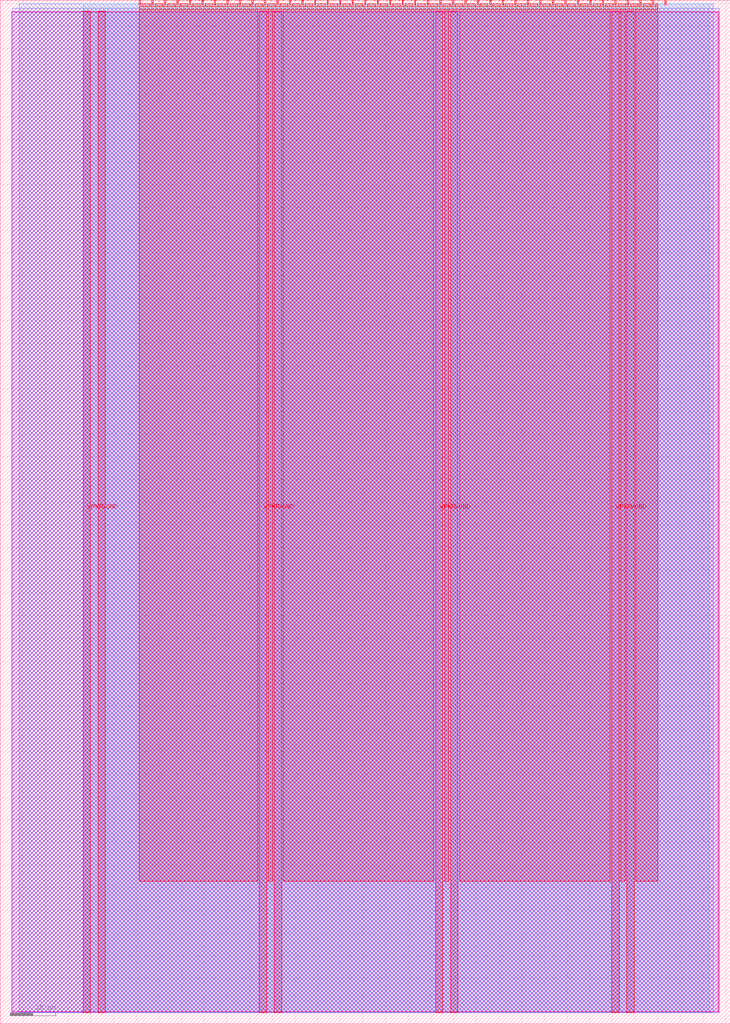
<source format=lef>
VERSION 5.7 ;
  NOWIREEXTENSIONATPIN ON ;
  DIVIDERCHAR "/" ;
  BUSBITCHARS "[]" ;
MACRO tt_um_swangust3
  CLASS BLOCK ;
  FOREIGN tt_um_swangust3 ;
  ORIGIN 0.000 0.000 ;
  SIZE 161.000 BY 225.760 ;
  PIN VGND
    DIRECTION INOUT ;
    USE GROUND ;
    PORT
      LAYER met4 ;
        RECT 21.580 2.480 23.180 223.280 ;
    END
    PORT
      LAYER met4 ;
        RECT 60.450 2.480 62.050 223.280 ;
    END
    PORT
      LAYER met4 ;
        RECT 99.320 2.480 100.920 223.280 ;
    END
    PORT
      LAYER met4 ;
        RECT 138.190 2.480 139.790 223.280 ;
    END
  END VGND
  PIN VPWR
    DIRECTION INOUT ;
    USE POWER ;
    PORT
      LAYER met4 ;
        RECT 18.280 2.480 19.880 223.280 ;
    END
    PORT
      LAYER met4 ;
        RECT 57.150 2.480 58.750 223.280 ;
    END
    PORT
      LAYER met4 ;
        RECT 96.020 2.480 97.620 223.280 ;
    END
    PORT
      LAYER met4 ;
        RECT 134.890 2.480 136.490 223.280 ;
    END
  END VPWR
  PIN clk
    DIRECTION INPUT ;
    USE SIGNAL ;
    ANTENNAGATEAREA 0.852000 ;
    PORT
      LAYER met4 ;
        RECT 143.830 224.760 144.130 225.760 ;
    END
  END clk
  PIN ena
    DIRECTION INPUT ;
    USE SIGNAL ;
    PORT
      LAYER met4 ;
        RECT 146.590 224.760 146.890 225.760 ;
    END
  END ena
  PIN rst_n
    DIRECTION INPUT ;
    USE SIGNAL ;
    ANTENNAGATEAREA 0.126000 ;
    PORT
      LAYER met4 ;
        RECT 141.070 224.760 141.370 225.760 ;
    END
  END rst_n
  PIN ui_in[0]
    DIRECTION INPUT ;
    USE SIGNAL ;
    ANTENNAGATEAREA 0.213000 ;
    PORT
      LAYER met4 ;
        RECT 138.310 224.760 138.610 225.760 ;
    END
  END ui_in[0]
  PIN ui_in[1]
    DIRECTION INPUT ;
    USE SIGNAL ;
    ANTENNAGATEAREA 0.126000 ;
    PORT
      LAYER met4 ;
        RECT 135.550 224.760 135.850 225.760 ;
    END
  END ui_in[1]
  PIN ui_in[2]
    DIRECTION INPUT ;
    USE SIGNAL ;
    ANTENNAGATEAREA 0.159000 ;
    PORT
      LAYER met4 ;
        RECT 132.790 224.760 133.090 225.760 ;
    END
  END ui_in[2]
  PIN ui_in[3]
    DIRECTION INPUT ;
    USE SIGNAL ;
    ANTENNAGATEAREA 0.196500 ;
    PORT
      LAYER met4 ;
        RECT 130.030 224.760 130.330 225.760 ;
    END
  END ui_in[3]
  PIN ui_in[4]
    DIRECTION INPUT ;
    USE SIGNAL ;
    ANTENNAGATEAREA 0.159000 ;
    PORT
      LAYER met4 ;
        RECT 127.270 224.760 127.570 225.760 ;
    END
  END ui_in[4]
  PIN ui_in[5]
    DIRECTION INPUT ;
    USE SIGNAL ;
    ANTENNAGATEAREA 0.159000 ;
    PORT
      LAYER met4 ;
        RECT 124.510 224.760 124.810 225.760 ;
    END
  END ui_in[5]
  PIN ui_in[6]
    DIRECTION INPUT ;
    USE SIGNAL ;
    ANTENNAGATEAREA 0.159000 ;
    PORT
      LAYER met4 ;
        RECT 121.750 224.760 122.050 225.760 ;
    END
  END ui_in[6]
  PIN ui_in[7]
    DIRECTION INPUT ;
    USE SIGNAL ;
    ANTENNAGATEAREA 0.196500 ;
    PORT
      LAYER met4 ;
        RECT 118.990 224.760 119.290 225.760 ;
    END
  END ui_in[7]
  PIN uio_in[0]
    DIRECTION INPUT ;
    USE SIGNAL ;
    ANTENNAGATEAREA 0.213000 ;
    PORT
      LAYER met4 ;
        RECT 116.230 224.760 116.530 225.760 ;
    END
  END uio_in[0]
  PIN uio_in[1]
    DIRECTION INPUT ;
    USE SIGNAL ;
    ANTENNAGATEAREA 0.126000 ;
    PORT
      LAYER met4 ;
        RECT 113.470 224.760 113.770 225.760 ;
    END
  END uio_in[1]
  PIN uio_in[2]
    DIRECTION INPUT ;
    USE SIGNAL ;
    ANTENNAGATEAREA 0.126000 ;
    PORT
      LAYER met4 ;
        RECT 110.710 224.760 111.010 225.760 ;
    END
  END uio_in[2]
  PIN uio_in[3]
    DIRECTION INPUT ;
    USE SIGNAL ;
    ANTENNAGATEAREA 0.126000 ;
    PORT
      LAYER met4 ;
        RECT 107.950 224.760 108.250 225.760 ;
    END
  END uio_in[3]
  PIN uio_in[4]
    DIRECTION INPUT ;
    USE SIGNAL ;
    ANTENNAGATEAREA 0.159000 ;
    PORT
      LAYER met4 ;
        RECT 105.190 224.760 105.490 225.760 ;
    END
  END uio_in[4]
  PIN uio_in[5]
    DIRECTION INPUT ;
    USE SIGNAL ;
    ANTENNAGATEAREA 0.159000 ;
    PORT
      LAYER met4 ;
        RECT 102.430 224.760 102.730 225.760 ;
    END
  END uio_in[5]
  PIN uio_in[6]
    DIRECTION INPUT ;
    USE SIGNAL ;
    ANTENNAGATEAREA 0.159000 ;
    PORT
      LAYER met4 ;
        RECT 99.670 224.760 99.970 225.760 ;
    END
  END uio_in[6]
  PIN uio_in[7]
    DIRECTION INPUT ;
    USE SIGNAL ;
    ANTENNAGATEAREA 0.213000 ;
    PORT
      LAYER met4 ;
        RECT 96.910 224.760 97.210 225.760 ;
    END
  END uio_in[7]
  PIN uio_oe[0]
    DIRECTION OUTPUT ;
    USE SIGNAL ;
    PORT
      LAYER met4 ;
        RECT 49.990 224.760 50.290 225.760 ;
    END
  END uio_oe[0]
  PIN uio_oe[1]
    DIRECTION OUTPUT ;
    USE SIGNAL ;
    PORT
      LAYER met4 ;
        RECT 47.230 224.760 47.530 225.760 ;
    END
  END uio_oe[1]
  PIN uio_oe[2]
    DIRECTION OUTPUT ;
    USE SIGNAL ;
    PORT
      LAYER met4 ;
        RECT 44.470 224.760 44.770 225.760 ;
    END
  END uio_oe[2]
  PIN uio_oe[3]
    DIRECTION OUTPUT ;
    USE SIGNAL ;
    PORT
      LAYER met4 ;
        RECT 41.710 224.760 42.010 225.760 ;
    END
  END uio_oe[3]
  PIN uio_oe[4]
    DIRECTION OUTPUT ;
    USE SIGNAL ;
    PORT
      LAYER met4 ;
        RECT 38.950 224.760 39.250 225.760 ;
    END
  END uio_oe[4]
  PIN uio_oe[5]
    DIRECTION OUTPUT ;
    USE SIGNAL ;
    PORT
      LAYER met4 ;
        RECT 36.190 224.760 36.490 225.760 ;
    END
  END uio_oe[5]
  PIN uio_oe[6]
    DIRECTION OUTPUT ;
    USE SIGNAL ;
    PORT
      LAYER met4 ;
        RECT 33.430 224.760 33.730 225.760 ;
    END
  END uio_oe[6]
  PIN uio_oe[7]
    DIRECTION OUTPUT ;
    USE SIGNAL ;
    PORT
      LAYER met4 ;
        RECT 30.670 224.760 30.970 225.760 ;
    END
  END uio_oe[7]
  PIN uio_out[0]
    DIRECTION OUTPUT ;
    USE SIGNAL ;
    PORT
      LAYER met4 ;
        RECT 72.070 224.760 72.370 225.760 ;
    END
  END uio_out[0]
  PIN uio_out[1]
    DIRECTION OUTPUT ;
    USE SIGNAL ;
    PORT
      LAYER met4 ;
        RECT 69.310 224.760 69.610 225.760 ;
    END
  END uio_out[1]
  PIN uio_out[2]
    DIRECTION OUTPUT ;
    USE SIGNAL ;
    PORT
      LAYER met4 ;
        RECT 66.550 224.760 66.850 225.760 ;
    END
  END uio_out[2]
  PIN uio_out[3]
    DIRECTION OUTPUT ;
    USE SIGNAL ;
    PORT
      LAYER met4 ;
        RECT 63.790 224.760 64.090 225.760 ;
    END
  END uio_out[3]
  PIN uio_out[4]
    DIRECTION OUTPUT ;
    USE SIGNAL ;
    PORT
      LAYER met4 ;
        RECT 61.030 224.760 61.330 225.760 ;
    END
  END uio_out[4]
  PIN uio_out[5]
    DIRECTION OUTPUT ;
    USE SIGNAL ;
    PORT
      LAYER met4 ;
        RECT 58.270 224.760 58.570 225.760 ;
    END
  END uio_out[5]
  PIN uio_out[6]
    DIRECTION OUTPUT ;
    USE SIGNAL ;
    PORT
      LAYER met4 ;
        RECT 55.510 224.760 55.810 225.760 ;
    END
  END uio_out[6]
  PIN uio_out[7]
    DIRECTION OUTPUT ;
    USE SIGNAL ;
    PORT
      LAYER met4 ;
        RECT 52.750 224.760 53.050 225.760 ;
    END
  END uio_out[7]
  PIN uo_out[0]
    DIRECTION OUTPUT ;
    USE SIGNAL ;
    ANTENNADIFFAREA 0.445500 ;
    PORT
      LAYER met4 ;
        RECT 94.150 224.760 94.450 225.760 ;
    END
  END uo_out[0]
  PIN uo_out[1]
    DIRECTION OUTPUT ;
    USE SIGNAL ;
    ANTENNADIFFAREA 1.242000 ;
    PORT
      LAYER met4 ;
        RECT 91.390 224.760 91.690 225.760 ;
    END
  END uo_out[1]
  PIN uo_out[2]
    DIRECTION OUTPUT ;
    USE SIGNAL ;
    ANTENNADIFFAREA 1.242000 ;
    PORT
      LAYER met4 ;
        RECT 88.630 224.760 88.930 225.760 ;
    END
  END uo_out[2]
  PIN uo_out[3]
    DIRECTION OUTPUT ;
    USE SIGNAL ;
    ANTENNADIFFAREA 1.288000 ;
    PORT
      LAYER met4 ;
        RECT 85.870 224.760 86.170 225.760 ;
    END
  END uo_out[3]
  PIN uo_out[4]
    DIRECTION OUTPUT ;
    USE SIGNAL ;
    ANTENNADIFFAREA 1.288000 ;
    PORT
      LAYER met4 ;
        RECT 83.110 224.760 83.410 225.760 ;
    END
  END uo_out[4]
  PIN uo_out[5]
    DIRECTION OUTPUT ;
    USE SIGNAL ;
    ANTENNADIFFAREA 0.453750 ;
    PORT
      LAYER met4 ;
        RECT 80.350 224.760 80.650 225.760 ;
    END
  END uo_out[5]
  PIN uo_out[6]
    DIRECTION OUTPUT ;
    USE SIGNAL ;
    ANTENNADIFFAREA 1.242000 ;
    PORT
      LAYER met4 ;
        RECT 77.590 224.760 77.890 225.760 ;
    END
  END uo_out[6]
  PIN uo_out[7]
    DIRECTION OUTPUT ;
    USE SIGNAL ;
    ANTENNADIFFAREA 0.891000 ;
    PORT
      LAYER met4 ;
        RECT 74.830 224.760 75.130 225.760 ;
    END
  END uo_out[7]
  OBS
      LAYER nwell ;
        RECT 2.570 2.635 158.430 223.230 ;
      LAYER li1 ;
        RECT 2.760 2.635 158.240 223.125 ;
      LAYER met1 ;
        RECT 2.760 2.480 158.540 224.020 ;
      LAYER met2 ;
        RECT 4.240 2.535 157.220 224.925 ;
      LAYER met3 ;
        RECT 18.290 2.555 156.335 224.905 ;
      LAYER met4 ;
        RECT 31.370 224.360 33.030 224.905 ;
        RECT 34.130 224.360 35.790 224.905 ;
        RECT 36.890 224.360 38.550 224.905 ;
        RECT 39.650 224.360 41.310 224.905 ;
        RECT 42.410 224.360 44.070 224.905 ;
        RECT 45.170 224.360 46.830 224.905 ;
        RECT 47.930 224.360 49.590 224.905 ;
        RECT 50.690 224.360 52.350 224.905 ;
        RECT 53.450 224.360 55.110 224.905 ;
        RECT 56.210 224.360 57.870 224.905 ;
        RECT 58.970 224.360 60.630 224.905 ;
        RECT 61.730 224.360 63.390 224.905 ;
        RECT 64.490 224.360 66.150 224.905 ;
        RECT 67.250 224.360 68.910 224.905 ;
        RECT 70.010 224.360 71.670 224.905 ;
        RECT 72.770 224.360 74.430 224.905 ;
        RECT 75.530 224.360 77.190 224.905 ;
        RECT 78.290 224.360 79.950 224.905 ;
        RECT 81.050 224.360 82.710 224.905 ;
        RECT 83.810 224.360 85.470 224.905 ;
        RECT 86.570 224.360 88.230 224.905 ;
        RECT 89.330 224.360 90.990 224.905 ;
        RECT 92.090 224.360 93.750 224.905 ;
        RECT 94.850 224.360 96.510 224.905 ;
        RECT 97.610 224.360 99.270 224.905 ;
        RECT 100.370 224.360 102.030 224.905 ;
        RECT 103.130 224.360 104.790 224.905 ;
        RECT 105.890 224.360 107.550 224.905 ;
        RECT 108.650 224.360 110.310 224.905 ;
        RECT 111.410 224.360 113.070 224.905 ;
        RECT 114.170 224.360 115.830 224.905 ;
        RECT 116.930 224.360 118.590 224.905 ;
        RECT 119.690 224.360 121.350 224.905 ;
        RECT 122.450 224.360 124.110 224.905 ;
        RECT 125.210 224.360 126.870 224.905 ;
        RECT 127.970 224.360 129.630 224.905 ;
        RECT 130.730 224.360 132.390 224.905 ;
        RECT 133.490 224.360 135.150 224.905 ;
        RECT 136.250 224.360 137.910 224.905 ;
        RECT 139.010 224.360 140.670 224.905 ;
        RECT 141.770 224.360 143.430 224.905 ;
        RECT 144.530 224.360 145.065 224.905 ;
        RECT 30.655 223.680 145.065 224.360 ;
        RECT 30.655 31.455 56.750 223.680 ;
        RECT 59.150 31.455 60.050 223.680 ;
        RECT 62.450 31.455 95.620 223.680 ;
        RECT 98.020 31.455 98.920 223.680 ;
        RECT 101.320 31.455 134.490 223.680 ;
        RECT 136.890 31.455 137.790 223.680 ;
        RECT 140.190 31.455 145.065 223.680 ;
  END
END tt_um_swangust3
END LIBRARY


</source>
